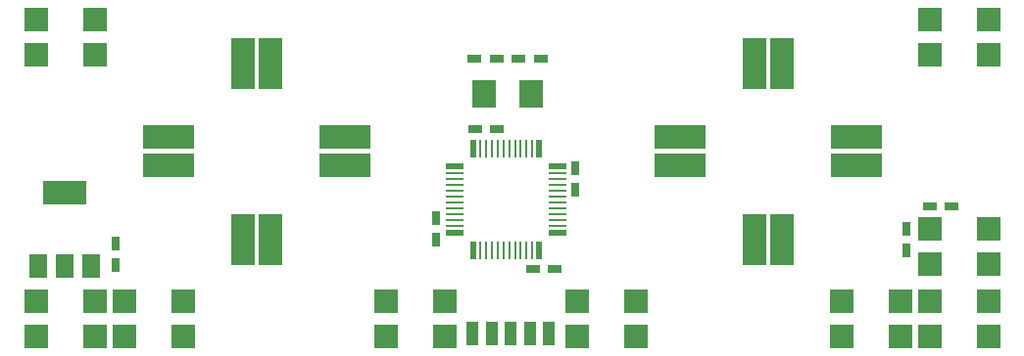
<source format=gtp>
G04 (created by PCBNEW (22-Jun-2014 BZR 4027)-stable) date Thu 03 May 2018 06:01:57 PM CST*
%MOIN*%
G04 Gerber Fmt 3.4, Leading zero omitted, Abs format*
%FSLAX34Y34*%
G01*
G70*
G90*
G04 APERTURE LIST*
%ADD10C,0.00393701*%
%ADD11R,0.149606X0.0787402*%
%ADD12R,0.0590551X0.0787402*%
%ADD13R,0.0472441X0.0295276*%
%ADD14R,0.0787402X0.177165*%
%ADD15R,0.177165X0.0787402*%
%ADD16R,0.0787402X0.0944882*%
%ADD17R,0.0295276X0.0472441*%
%ADD18R,0.0787402X0.0787402*%
%ADD19R,0.0393701X0.0787402*%
%ADD20R,0.0110236X0.0590551*%
%ADD21R,0.019685X0.0590551*%
%ADD22R,0.0590551X0.019685*%
%ADD23R,0.0590551X0.0110236*%
G04 APERTURE END LIST*
G54D10*
G54D11*
X125530Y-99013D03*
G54D12*
X125530Y-101494D03*
X126435Y-101494D03*
X124624Y-101494D03*
G54D13*
X155714Y-99474D03*
X154965Y-99474D03*
G54D14*
X131587Y-94594D03*
X132532Y-94594D03*
X149932Y-94594D03*
X148987Y-94594D03*
X149932Y-100594D03*
X148987Y-100594D03*
X131587Y-100594D03*
X132532Y-100594D03*
G54D15*
X152460Y-97121D03*
X152460Y-98066D03*
X135060Y-97121D03*
X135060Y-98066D03*
X129060Y-97121D03*
X129060Y-98066D03*
X146460Y-97121D03*
X146460Y-98066D03*
G54D16*
X139802Y-95644D03*
X141417Y-95644D03*
G54D13*
X141734Y-94444D03*
X140985Y-94444D03*
X139485Y-94444D03*
X140234Y-94444D03*
G54D17*
X154160Y-100239D03*
X154160Y-100988D03*
X138160Y-100618D03*
X138160Y-99869D03*
G54D13*
X139487Y-96836D03*
X140236Y-96836D03*
X142216Y-101614D03*
X141467Y-101614D03*
G54D17*
X142910Y-98171D03*
X142910Y-98920D03*
G54D18*
X154960Y-101454D03*
X154960Y-100254D03*
X156960Y-100254D03*
X156960Y-101454D03*
X124560Y-94314D03*
X124560Y-93114D03*
X126560Y-93114D03*
X126560Y-94314D03*
X154960Y-94314D03*
X154960Y-93114D03*
X156960Y-93114D03*
X156960Y-94314D03*
X136460Y-103894D03*
X136460Y-102694D03*
X138460Y-102694D03*
X138460Y-103894D03*
X142960Y-103894D03*
X142960Y-102694D03*
X144960Y-102694D03*
X144960Y-103894D03*
X154960Y-103894D03*
X154960Y-102694D03*
X156960Y-102694D03*
X156960Y-103894D03*
X151960Y-103894D03*
X151960Y-102694D03*
X153960Y-102694D03*
X153960Y-103894D03*
X124560Y-103894D03*
X124560Y-102694D03*
X126560Y-102694D03*
X126560Y-103894D03*
X127560Y-103894D03*
X127560Y-102694D03*
X129560Y-102694D03*
X129560Y-103894D03*
G54D19*
X139410Y-103794D03*
X140060Y-103794D03*
X140710Y-103794D03*
X141360Y-103794D03*
X142010Y-103794D03*
G54D20*
X141052Y-97501D03*
X140855Y-97501D03*
X140658Y-97501D03*
X140461Y-97501D03*
X140264Y-97501D03*
G54D21*
X141682Y-97501D03*
G54D20*
X141445Y-97501D03*
X141248Y-97501D03*
G54D22*
X138817Y-98121D03*
G54D23*
X138817Y-98358D03*
X138817Y-98555D03*
X138817Y-98751D03*
X138817Y-98948D03*
X138817Y-99145D03*
X138817Y-99342D03*
X138817Y-99539D03*
G54D21*
X139437Y-100986D03*
G54D20*
X139674Y-100986D03*
X139871Y-100986D03*
X140067Y-100986D03*
X140264Y-100986D03*
X140461Y-100986D03*
X140658Y-100986D03*
X140855Y-100986D03*
G54D22*
X142302Y-100366D03*
G54D23*
X142302Y-100129D03*
X142302Y-99932D03*
X142302Y-99736D03*
X142302Y-99539D03*
X142302Y-99342D03*
X142302Y-99145D03*
X142302Y-98948D03*
G54D20*
X140067Y-97501D03*
X139871Y-97501D03*
X139674Y-97501D03*
G54D21*
X139437Y-97501D03*
G54D23*
X138817Y-99736D03*
X138817Y-99932D03*
X138817Y-100129D03*
G54D22*
X138817Y-100366D03*
G54D20*
X141052Y-100986D03*
X141248Y-100986D03*
X141445Y-100986D03*
G54D21*
X141682Y-100986D03*
G54D23*
X142302Y-98751D03*
X142302Y-98555D03*
X142302Y-98358D03*
G54D22*
X142302Y-98121D03*
G54D17*
X127270Y-101478D03*
X127270Y-100729D03*
M02*

</source>
